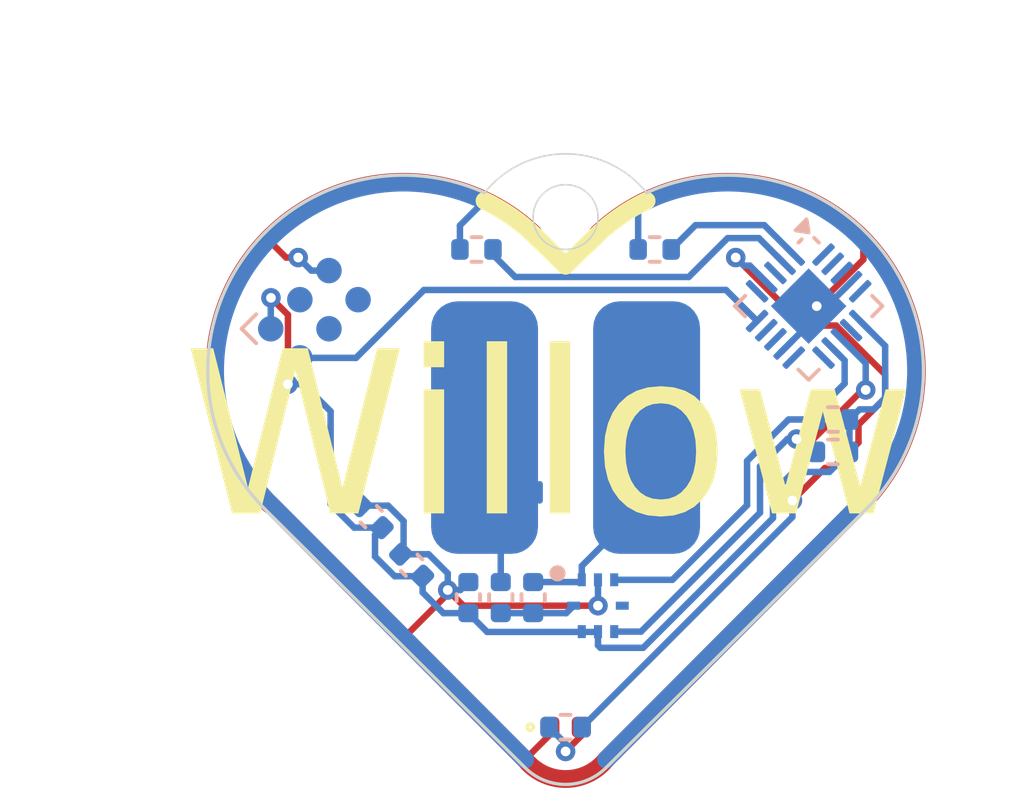
<source format=kicad_pcb>
(kicad_pcb (version 20240108) (generator "pcbnew") (generator_version "8.0")
  (layers (0 "F.Cu" signal) (31 "B.Cu" signal) (34 "B.Paste" user) (35 "F.Paste" user) (36 "B.SilkS" user "B.Silkscreen") (37 "F.SilkS" user "F.Silkscreen") (38 "B.Mask" user) (39 "F.Mask" user) (44 "Edge.Cuts" user))
  (net 0 "")
  (net 1 "Net-(IC1-LA)")
  (net 2 "GND")
  (net 3 "+3.3V")
  (net 4 "Net-(D1-A)")
  (net 6 "/SCL")
  (net 7 "/SDA")
  (net 10 "/SWDIO")
  (net 12 "/A0")
  (net 13 "Net-(R3-Pad1)")
  (net 14 "Net-(R4-Pad1)")
  (net 15 "/A1")
  (net 16 "/LED0")
  (net 17 "/LED1")
  (net 28 "Net-(IC1-LB)")
  (net 29 "Net-(C3-Pad1)")
  (footprint "LED_SMD:LED_0402_1005Metric" (layer "F.Cu") (at 72.5 47)
    (property "Reference" "D1" (hide yes))
    (property "Value" "LED")
    (fp_circle (center -1.089999 0) (end -1.04 0) (stroke (width 0.1)) (fill none) (layer "F.SilkS"))
    (pad "1" smd roundrect (at -0.485 0) (size 0.59 0.64) (layers "F.Cu" "F.Paste" "F.Mask") (net 2 "GND"))
    (pad "2" smd roundrect (at 0.485 0) (size 0.59 0.64) (layers "F.Cu" "F.Paste" "F.Mask") (net 4 "Net-(D1-A)"))
  )
  (footprint "Resistor_SMD:R_0402_1005Metric" (layer "B.Cu") (at 69.75 32.25)
    (property "Reference" "R4" (hide yes))
    (property "Value" "10k")
    (fp_line (start 0.153641 -0.38) (end -0.153641 -0.38) (stroke (width 0.12)) (layer "B.SilkS"))
    (fp_line (start 0.153641 0.38) (end -0.153641 0.38) (stroke (width 0.12)) (layer "B.SilkS"))
    (pad "1" smd roundrect (at -0.51 0) (size 0.54 0.64) (layers "B.Cu" "B.Paste" "B.Mask") (net 14 "Net-(R4-Pad1)"))
    (pad "2" smd roundrect (at 0.51 0) (size 0.54 0.64) (layers "B.Cu" "B.Paste" "B.Mask") (net 15 "/A1"))
  )
  (footprint "Resistor_SMD:R_0402_1005Metric" (layer "B.Cu") (at 80.75 38.5 180)
    (property "Reference" "R2" (hide yes))
    (property "Value" "10k")
    (fp_line (start 0.153641 0.38) (end -0.153641 0.38) (stroke (width 0.12)) (layer "B.SilkS"))
    (fp_line (start 0.153641 -0.38) (end -0.153641 -0.38) (stroke (width 0.12)) (layer "B.SilkS"))
    (pad "1" smd roundrect (at -0.51 0 180) (size 0.54 0.64) (layers "B.Cu" "B.Paste" "B.Mask") (net 3 "+3.3V"))
    (pad "2" smd roundrect (at 0.51 0 180) (size 0.54 0.64) (layers "B.Cu" "B.Paste" "B.Mask") (net 7 "/SDA"))
  )
  (footprint "Library:QFN50P160X160X50-8N" (layer "B.Cu") (at 73.5 43.25 -90)
    (property "Reference" "IC1" (hide yes))
    (property "Value" "NT3H2111W0FHKH" (hide yes))
    (fp_circle (center -1 1.25) (end -1 1.125) (stroke (width 0.25)) (fill none) (layer "B.SilkS"))
    (pad "1" smd rect (at -0.8 0.5 180) (size 0.25 0.4) (layers "B.Cu" "B.Paste" "B.Mask") (net 1 "Net-(IC1-LA)"))
    (pad "2" smd rect (at -0.8 0 180) (size 0.25 0.4) (layers "B.Cu" "B.Paste" "B.Mask") (net 2 "GND"))
    (pad "3" smd rect (at -0.8 -0.5 180) (size 0.25 0.4) (layers "B.Cu" "B.Paste" "B.Mask") (net 6 "/SCL"))
    (pad "4" smd rect (at 0 -0.75 270) (size 0.25 0.4) (layers "B.Cu" "B.Paste" "B.Mask"))
    (pad "5" smd rect (at 0.8 -0.5 180) (size 0.25 0.4) (layers "B.Cu" "B.Paste" "B.Mask") (net 7 "/SDA"))
    (pad "6" smd rect (at 0.8 0 180) (size 0.25 0.4) (layers "B.Cu" "B.Paste" "B.Mask") (net 3 "+3.3V"))
    (pad "7" smd rect (at 0.8 0.5 180) (size 0.25 0.4) (layers "B.Cu" "B.Paste" "B.Mask") (net 3 "+3.3V"))
    (pad "8" smd rect (at 0 0.75 270) (size 0.25 0.4) (layers "B.Cu" "B.Paste" "B.Mask") (net 28 "Net-(IC1-LB)"))
  )
  (footprint "Resistor_SMD:R_0402_1005Metric" (layer "B.Cu") (at 80.75 37.5 180)
    (property "Reference" "R1" (hide yes))
    (property "Value" "10k")
    (fp_line (start 0.153641 0.38) (end -0.153641 0.38) (stroke (width 0.12)) (layer "B.SilkS"))
    (fp_line (start 0.153641 -0.38) (end -0.153641 -0.38) (stroke (width 0.12)) (layer "B.SilkS"))
    (pad "1" smd roundrect (at -0.51 0 180) (size 0.54 0.64) (layers "B.Cu" "B.Paste" "B.Mask") (net 3 "+3.3V"))
    (pad "2" smd roundrect (at 0.51 0 180) (size 0.54 0.64) (layers "B.Cu" "B.Paste" "B.Mask") (net 6 "/SCL"))
  )
  (footprint "Connector:Tag-Connect_TC2030-IDC-NL_2x03_P1.27mm_Vertical" (layer "B.Cu") (at 64.75 34.25 45)
    (property "Reference" "J1" (hide yes))
    (property "Value" "Conn_ARM_SWD_TagConnect_TC2030-NL")
    (fp_line (start -1.905 -1.27) (end -1.27 -1.27) (stroke (width 0.12)) (layer "B.SilkS"))
    (fp_line (start -1.905 -0.635) (end -1.905 -1.27) (stroke (width 0.12)) (layer "B.SilkS"))
    (pad "" np_thru_hole circle (at -2.54 0 45) (size 0.9906 0.9906) (drill 0.9906) (layers "*.Cu" "*.Mask" "In1.Cu" "In2.Cu" "In3.Cu" "In4.Cu" "In5.Cu" "In6.Cu" "In7.Cu" "In8.Cu" "In9.Cu" "In10.Cu" "In11.Cu" "In12.Cu" "In13.Cu" "In14.Cu" "In15.Cu" "In16.Cu" "In17.Cu" "In18.Cu" "In19.Cu" "In20.Cu" "In21.Cu" "In22.Cu" "In23.Cu" "In24.Cu" "In25.Cu" "In26.Cu" "In27.Cu" "In28.Cu" "In29.Cu" "In30.Cu"))
    (pad "" np_thru_hole circle (at 2.54 -1.016 45) (size 0.9906 0.9906) (drill 0.9906) (layers "*.Cu" "*.Mask" "In1.Cu" "In2.Cu" "In3.Cu" "In4.Cu" "In5.Cu" "In6.Cu" "In7.Cu" "In8.Cu" "In9.Cu" "In10.Cu" "In11.Cu" "In12.Cu" "In13.Cu" "In14.Cu" "In15.Cu" "In16.Cu" "In17.Cu" "In18.Cu" "In19.Cu" "In20.Cu" "In21.Cu" "In22.Cu" "In23.Cu" "In24.Cu" "In25.Cu" "In26.Cu" "In27.Cu" "In28.Cu" "In29.Cu" "In30.Cu"))
    (pad "" np_thru_hole circle (at 2.54 1.016 45) (size 0.9906 0.9906) (drill 0.9906) (layers "*.Cu" "*.Mask" "In1.Cu" "In2.Cu" "In3.Cu" "In4.Cu" "In5.Cu" "In6.Cu" "In7.Cu" "In8.Cu" "In9.Cu" "In10.Cu" "In11.Cu" "In12.Cu" "In13.Cu" "In14.Cu" "In15.Cu" "In16.Cu" "In17.Cu" "In18.Cu" "In19.Cu" "In20.Cu" "In21.Cu" "In22.Cu" "In23.Cu" "In24.Cu" "In25.Cu" "In26.Cu" "In27.Cu" "In28.Cu" "In29.Cu" "In30.Cu"))
    (pad "1" connect circle (at -1.27 -0.635 45) (size 0.7874 0.7874) (layers "B.Cu" "B.Mask") (net 3 "+3.3V"))
    (pad "2" connect circle (at -1.27 0.635 45) (size 0.7874 0.7874) (layers "B.Cu" "B.Mask") (net 10 "/SWDIO"))
    (pad "3" connect circle (at 0 -0.635 45) (size 0.7874 0.7874) (layers "B.Cu" "B.Mask"))
    (pad "4" connect circle (at 0 0.635 45) (size 0.7874 0.7874) (layers "B.Cu" "B.Mask"))
    (pad "5" connect circle (at 1.27 -0.635 45) (size 0.7874 0.7874) (layers "B.Cu" "B.Mask") (net 2 "GND"))
    (pad "6" connect circle (at 1.27 0.635 45) (size 0.7874 0.7874) (layers "B.Cu" "B.Mask"))
  )
  (footprint "Resistor_SMD:R_0402_1005Metric" (layer "B.Cu") (at 75.25 32.25)
    (property "Reference" "R3" (hide yes))
    (property "Value" "10k")
    (fp_line (start 0.153641 -0.38) (end -0.153641 -0.38) (stroke (width 0.12)) (layer "B.SilkS"))
    (fp_line (start 0.153641 0.38) (end -0.153641 0.38) (stroke (width 0.12)) (layer "B.SilkS"))
    (pad "1" smd roundrect (at -0.51 0) (size 0.54 0.64) (layers "B.Cu" "B.Paste" "B.Mask") (net 13 "Net-(R3-Pad1)"))
    (pad "2" smd roundrect (at 0.51 0) (size 0.54 0.64) (layers "B.Cu" "B.Paste" "B.Mask") (net 12 "/A0"))
  )
  (footprint "Package_DFN_QFN:QFN-20-1EP_3x3mm_P0.4mm_EP1.65x1.65mm" (layer "B.Cu") (at 80 34 -135)
    (property "Reference" "U1" (hide yes))
    (property "Value" "CH32V003FxUx")
    (fp_line (start 1.61 1.61) (end 1.16 1.61) (stroke (width 0.12)) (layer "B.SilkS"))
    (fp_line (start 1.61 1.16) (end 1.61 1.61) (stroke (width 0.12)) (layer "B.SilkS"))
    (fp_line (start 1.61 -1.16) (end 1.61 -1.61) (stroke (width 0.12)) (layer "B.SilkS"))
    (fp_line (start -1.31 1.61) (end -1.16 1.61) (stroke (width 0.12)) (layer "B.SilkS"))
    (fp_line (start 1.61 -1.61) (end 1.16 -1.61) (stroke (width 0.12)) (layer "B.SilkS"))
    (fp_line (start -1.61 1.37) (end -1.61 1.16) (stroke (width 0.12)) (layer "B.SilkS"))
    (fp_line (start -1.61 -1.16) (end -1.61 -1.61) (stroke (width 0.12)) (layer "B.SilkS"))
    (fp_line (start -1.61 -1.61) (end -1.16 -1.61) (stroke (width 0.12)) (layer "B.SilkS"))
    (fp_poly (pts (xy -1.61 1.61) (xy -1.85 1.94) (xy -1.37 1.94) (xy -1.61 1.61)) (stroke (width 0.12)) (fill solid) (layer "B.SilkS"))
    (pad "1" smd roundrect (at -1.45 0.8 225) (size 0.85 0.2) (layers "B.Cu" "B.Paste" "B.Mask"))
    (pad "2" smd roundrect (at -1.45 0.4 225) (size 0.85 0.2) (layers "B.Cu" "B.Paste" "B.Mask"))
    (pad "3" smd roundrect (at -1.45 0 225) (size 0.85 0.2) (layers "B.Cu" "B.Paste" "B.Mask"))
    (pad "4" smd roundrect (at -1.45 -0.4 225) (size 0.85 0.2) (layers "B.Cu" "B.Paste" "B.Mask") (net 2 "GND"))
    (pad "5" smd roundrect (at -1.45 -0.8 225) (size 0.85 0.2) (layers "B.Cu" "B.Paste" "B.Mask"))
    (pad "6" smd roundrect (at -0.8 -1.45 225) (size 0.2 0.85) (layers "B.Cu" "B.Paste" "B.Mask") (net 3 "+3.3V"))
    (pad "7" smd roundrect (at -0.4 -1.45 225) (size 0.2 0.85) (layers "B.Cu" "B.Paste" "B.Mask"))
    (pad "8" smd roundrect (at 0 -1.45 225) (size 0.2 0.85) (layers "B.Cu" "B.Paste" "B.Mask") (net 7 "/SDA"))
    (pad "9" smd roundrect (at 0.4 -1.45 225) (size 0.2 0.85) (layers "B.Cu" "B.Paste" "B.Mask") (net 6 "/SCL"))
    (pad "10" smd roundrect (at 0.8 -1.45 225) (size 0.2 0.85) (layers "B.Cu" "B.Paste" "B.Mask"))
    (pad "11" smd roundrect (at 1.45 -0.8 225) (size 0.85 0.2) (layers "B.Cu" "B.Paste" "B.Mask"))
    (pad "12" smd roundrect (at 1.45 -0.4 225) (size 0.85 0.2) (layers "B.Cu" "B.Paste" "B.Mask") (net 2 "GND"))
    (pad "13" smd roundrect (at 1.45 0 225) (size 0.85 0.2) (layers "B.Cu" "B.Paste" "B.Mask"))
    (pad "14" smd roundrect (at 1.45 0.4 225) (size 0.85 0.2) (layers "B.Cu" "B.Paste" "B.Mask"))
    (pad "15" smd roundrect (at 1.45 0.8 225) (size 0.85 0.2) (layers "B.Cu" "B.Paste" "B.Mask") (net 10 "/SWDIO"))
    (pad "16" smd roundrect (at 0.8 1.45 225) (size 0.2 0.85) (layers "B.Cu" "B.Paste" "B.Mask"))
    (pad "17" smd roundrect (at 0.4 1.45 225) (size 0.2 0.85) (layers "B.Cu" "B.Paste" "B.Mask") (net 16 "/LED0"))
    (pad "18" smd roundrect (at 0 1.45 225) (size 0.2 0.85) (layers "B.Cu" "B.Paste" "B.Mask") (net 17 "/LED1"))
    (pad "19" smd roundrect (at -0.4 1.45 225) (size 0.2 0.85) (layers "B.Cu" "B.Paste" "B.Mask") (net 15 "/A1"))
    (pad "20" smd roundrect (at -0.8 1.45 225) (size 0.2 0.85) (layers "B.Cu" "B.Paste" "B.Mask") (net 12 "/A0"))
    (pad "21" smd rect (at 0 0 225) (size 1.65 1.65) (property pad_prop_heatsink) (layers "B.Cu" "B.Mask") (net 2 "GND"))
  )
  (footprint "Capacitor_SMD:C_0402_1005Metric" (layer "B.Cu") (at 66.5 40.5 135)
    (property "Reference" "C2" (hide yes))
    (property "Value" "C")
    (fp_line (start 0.107836 -0.36) (end -0.107836 -0.36) (stroke (width 0.12)) (layer "B.SilkS"))
    (fp_line (start 0.107836 0.36) (end -0.107836 0.36) (stroke (width 0.12)) (layer "B.SilkS"))
    (pad "1" smd roundrect (at -0.48 0 135) (size 0.56 0.62) (layers "B.Cu" "B.Paste" "B.Mask") (net 3 "+3.3V"))
    (pad "2" smd roundrect (at 0.48 0 135) (size 0.56 0.62) (layers "B.Cu" "B.Paste" "B.Mask") (net 2 "GND"))
  )
  (footprint "Capacitor_SMD:C_0402_1005Metric" (layer "B.Cu") (at 67.75 42 135)
    (property "Reference" "C6" (hide yes))
    (property "Value" "C")
    (fp_line (start 0.107836 -0.36) (end -0.107836 -0.36) (stroke (width 0.12)) (layer "B.SilkS"))
    (fp_line (start 0.107836 0.36) (end -0.107836 0.36) (stroke (width 0.12)) (layer "B.SilkS"))
    (pad "1" smd roundrect (at -0.48 0 135) (size 0.56 0.62) (layers "B.Cu" "B.Paste" "B.Mask") (net 3 "+3.3V"))
    (pad "2" smd roundrect (at 0.48 0 135) (size 0.56 0.62) (layers "B.Cu" "B.Paste" "B.Mask") (net 2 "GND"))
  )
  (footprint "Resistor_SMD:R_0402_1005Metric" (layer "B.Cu") (at 72.5 47 180)
    (property "Reference" "R5" (hide yes))
    (property "Value" "1k")
    (fp_line (start 0.153641 0.38) (end -0.153641 0.38) (stroke (width 0.12)) (layer "B.SilkS"))
    (fp_line (start 0.153641 -0.38) (end -0.153641 -0.38) (stroke (width 0.12)) (layer "B.SilkS"))
    (pad "1" smd roundrect (at -0.51 0 180) (size 0.54 0.64) (layers "B.Cu" "B.Paste" "B.Mask") (net 16 "/LED0"))
    (pad "2" smd roundrect (at 0.51 0 180) (size 0.54 0.64) (layers "B.Cu" "B.Paste" "B.Mask") (net 4 "Net-(D1-A)"))
  )
  (footprint "Capacitor_SMD:C_0402_1005Metric" (layer "B.Cu") (at 70.5 43 -90)
    (property "Reference" "C3" (hide yes))
    (property "Value" "C")
    (fp_line (start 0.107836 0.36) (end -0.107836 0.36) (stroke (width 0.12)) (layer "B.SilkS"))
    (fp_line (start 0.107836 -0.36) (end -0.107836 -0.36) (stroke (width 0.12)) (layer "B.SilkS"))
    (pad "1" smd roundrect (at -0.48 0 270) (size 0.56 0.62) (layers "B.Cu" "B.Paste" "B.Mask") (net 29 "Net-(C3-Pad1)"))
    (pad "2" smd roundrect (at 0.48 0 270) (size 0.56 0.62) (layers "B.Cu" "B.Paste" "B.Mask") (net 28 "Net-(IC1-LB)"))
  )
  (footprint "Capacitor_SMD:C_0402_1005Metric" (layer "B.Cu") (at 71.5 43 90)
    (property "Reference" "C1" (hide yes))
    (property "Value" "C")
    (fp_line (start 0.107836 -0.36) (end -0.107836 -0.36) (stroke (width 0.12)) (layer "B.SilkS"))
    (fp_line (start 0.107836 0.36) (end -0.107836 0.36) (stroke (width 0.12)) (layer "B.SilkS"))
    (pad "1" smd roundrect (at -0.48 0 90) (size 0.56 0.62) (layers "B.Cu" "B.Paste" "B.Mask") (net 28 "Net-(IC1-LB)"))
    (pad "2" smd roundrect (at 0.48 0 90) (size 0.56 0.62) (layers "B.Cu" "B.Paste" "B.Mask") (net 1 "Net-(IC1-LA)"))
  )
  (footprint "Capacitor_SMD:C_0402_1005Metric" (layer "B.Cu") (at 69.5 43 90)
    (property "Reference" "C7" (hide yes))
    (property "Value" "C")
    (fp_line (start 0.107836 -0.36) (end -0.107836 -0.36) (stroke (width 0.12)) (layer "B.SilkS"))
    (fp_line (start 0.107836 0.36) (end -0.107836 0.36) (stroke (width 0.12)) (layer "B.SilkS"))
    (pad "1" smd roundrect (at -0.48 0 90) (size 0.56 0.62) (layers "B.Cu" "B.Paste" "B.Mask") (net 3 "+3.3V"))
    (pad "2" smd roundrect (at 0.48 0 90) (size 0.56 0.62) (layers "B.Cu" "B.Paste" "B.Mask") (net 2 "GND"))
  )
  (footprint "Library:ANT" (layer "B.Cu") (at 72.5 37.75 180)
    (property "Reference" "TP3" (hide yes))
    (property "Value" "TestPoint_2Pole")
    (pad "1" smd roundrect (at 2.5 0 180) (size 3.3 7.8) (layers "B.Cu" "B.Paste" "B.Mask") (net 29 "Net-(C3-Pad1)"))
    (pad "2" smd roundrect (at -2.5 0 180) (size 3.3 7.8) (layers "B.Cu" "B.Paste" "B.Mask") (net 1 "Net-(IC1-LA)"))
  )
  (gr_arc (start 63.373107 40.126893) (mid 63.311073 31.936088) (end 71.499999 31.750001) (stroke (width 0.55)) (layer "F.Cu") (net 2))
  (gr_arc (start 73.75 48) (mid 72.5 48.600781) (end 71.25 48) (stroke (width 0.55)) (layer "F.Cu") (net 2))
  (gr_line (start 63.388279 40.111721) (end 71.25 48) (stroke (width 0.55)) (layer "F.Cu") (net 2))
  (gr_line (start 81.861721 39.861721) (end 73.75 48) (stroke (width 0.55)) (layer "F.Cu") (net 2))
  (gr_arc (start 73.500001 31.750001) (mid 81.688926 31.936088) (end 81.626893 40.126893) (stroke (width 0.55)) (layer "F.Cu") (net 2))
  (gr_arc (start 63.388279 40.111721) (mid 62.750278 32.645507) (end 70 30.750001) (stroke (width 0.55)) (layer "B.Cu") (net 14))
  (gr_line (start 63.388279 40.111721) (end 71.25 48) (stroke (width 0.55)) (layer "B.Cu") (net 14))
  (gr_line (start 81.611721 40.111721) (end 73.75 48) (stroke (width 0.55)) (layer "B.Cu") (net 13))
  (gr_arc (start 75 30.750001) (mid 82.249723 32.645506) (end 81.611721 40.111721) (stroke (width 0.55)) (layer "B.Cu") (net 13))
  (gr_line (start 71.611721 31.888279) (end 72.5 32.75) (stroke (width 0.55)) (layer "F.SilkS"))
  (gr_arc (start 73.388279 31.888279) (mid 74.145505 31.250277) (end 75 30.750001) (stroke (width 0.55)) (layer "F.SilkS"))
  (gr_arc (start 70 30.750001) (mid 70.854494 31.250278) (end 71.611721 31.888279) (stroke (width 0.55)) (layer "F.SilkS"))
  (gr_line (start 73.388279 31.888279) (end 72.5 32.75) (stroke (width 0.55)) (layer "F.SilkS"))
  (gr_line (start 81.772001 40.272001) (end 73.749999 48.249999) (stroke (width 0.1)) (layer "Edge.Cuts"))
  (gr_circle (center 72.5 31.25) (end 72.5 32.25) (stroke (width 0.05)) (fill none) (layer "Edge.Cuts"))
  (gr_arc (start 63.227999 40.272001) (mid 62.534319 32.55878) (end 70 30.500001) (stroke (width 0.1)) (layer "Edge.Cuts"))
  (gr_line (start 63.227999 40.272001) (end 71.250001 48.249999) (stroke (width 0.1)) (layer "Edge.Cuts"))
  (gr_arc (start 70 30.5) (mid 72.5 29.298438) (end 75 30.5) (stroke (width 0.05)) (layer "Edge.Cuts"))
  (gr_arc (start 73.749999 48.249999) (mid 72.5 48.767766) (end 71.250001 48.249999) (stroke (width 0.1)) (layer "Edge.Cuts"))
  (gr_arc (start 75 30.500001) (mid 82.465682 32.55878) (end 81.772001 40.272001) (stroke (width 0.1)) (layer "Edge.Cuts"))
  (gr_text "Willow" (at 72 41.25 0) (layer "F.SilkS") (effects (font (size 5 5)) (justify bottom)))
  (segment (start 71.5 42.52) (end 72.93 42.52) (width 0.2) (layer "B.Cu") (net 1))
  (segment (start 73 42.45) (end 73 42.025) (width 0.2) (layer "B.Cu") (net 1))
  (segment (start 72.93 42.52) (end 73 42.45) (width 0.2) (layer "B.Cu") (net 1))
  (segment (start 75 40.025) (end 75 37.75) (width 0.2) (layer "B.Cu") (net 1))
  (segment (start 73 42.025) (end 75 40.025) (width 0.2) (layer "B.Cu") (net 1))
  (segment (start 63.874985 32.5) (end 63.311073 31.936088) (width 0.2) (layer "F.Cu") (net 2))
  (segment (start 80.25 34) (end 81.688926 32.561074) (width 0.2) (layer "F.Cu") (net 2))
  (segment (start 68.864265 42.765735) (end 69.34853 43.25) (width 0.2) (layer "F.Cu") (net 2))
  (segment (start 64.25 32.5) (end 63.874985 32.5) (width 0.2) (layer "F.Cu") (net 2))
  (segment (start 68.864265 42.885735) (end 68.864265 42.765735) (width 0.2) (layer "F.Cu") (net 2))
  (segment (start 69.34853 43.25) (end 73.5 43.25) (width 0.2) (layer "F.Cu") (net 2))
  (segment (start 81.688926 32.561074) (end 81.688926 31.936088) (width 0.2) (layer "F.Cu") (net 2))
  (segment (start 67.5 44.25) (end 68.864265 42.885735) (width 0.2) (layer "F.Cu") (net 2))
  (segment (start 71.25 48) (end 67.5 44.25) (width 0.2) (layer "F.Cu") (net 2))
  (segment (start 72.015 47.235) (end 71.25 48) (width 0.2) (layer "F.Cu") (net 2))
  (segment (start 72.015 47) (end 72.015 47.235) (width 0.2) (layer "F.Cu") (net 2))
  (via (at 64.25 32.5) (size 0.6) (drill 0.3) (layers "F.Cu" "B.Cu") (net 2))
  (via (at 68.864265 42.765735) (size 0.6) (drill 0.3) (layers "F.Cu" "B.Cu") (net 2))
  (via (at 73.5 43.25) (size 0.6) (drill 0.3) (layers "F.Cu" "B.Cu") (net 2))
  (via (at 80.25 34) (size 0.6) (drill 0.3) (layers "F.Cu" "B.Cu") (net 2))
  (segment (start 79.138881 35.426805) (end 80.25 34.315686) (width 0.2) (layer "B.Cu") (net 2))
  (segment (start 67.501358 40.638688) (end 67.023259 40.160589) (width 0.2) (layer "B.Cu") (net 2))
  (segment (start 67.410589 41.589411) (end 67.501358 41.498642) (width 0.2) (layer "B.Cu") (net 2))
  (segment (start 68.864265 42.251595) (end 68.273259 41.660589) (width 0.2) (layer "B.Cu") (net 2))
  (segment (start 67.501358 41.498642) (end 67.501358 40.638688) (width 0.2) (layer "B.Cu") (net 2))
  (segment (start 65.199013 32.902962) (end 64.652962 32.902962) (width 0.2) (layer "B.Cu") (net 2))
  (segment (start 67.023259 40.160589) (end 66.160589 40.160589) (width 0.2) (layer "B.Cu") (net 2))
  (segment (start 67.410589 41.660589) (end 67.410589 41.589411) (width 0.2) (layer "B.Cu") (net 2))
  (segment (start 68.864265 42.765735) (end 69.254265 42.765735) (width 0.2) (layer "B.Cu") (net 2))
  (segment (start 68.864265 42.765735) (end 68.864265 42.251595) (width 0.2) (layer "B.Cu") (net 2))
  (segment (start 80.25 34.315686) (end 80.25 34) (width 0.2) (layer "B.Cu") (net 2))
  (segment (start 64.652962 32.902962) (end 64.25 32.5) (width 0.2) (layer "B.Cu") (net 2))
  (segment (start 73.5 42.45) (end 73.5 43.25) (width 0.2) (layer "B.Cu") (net 2))
  (segment (start 69.254265 42.765735) (end 69.5 42.52) (width 0.2) (layer "B.Cu") (net 2))
  (segment (start 80.565686 34) (end 80.25 34) (width 0.2) (layer "B.Cu") (net 2))
  (segment (start 81.308148 33.257538) (end 80.565686 34) (width 0.2) (layer "B.Cu") (net 2))
  (segment (start 68.273259 41.660589) (end 67.410589 41.660589) (width 0.2) (layer "B.Cu") (net 2))
  (segment (start 63.40909 33.744213) (end 63.933257 34.26838) (width 0.2) (layer "F.Cu") (net 3))
  (segment (start 63.933257 34.26838) (end 63.933257 36.411578) (width 0.2) (layer "F.Cu") (net 3))
  (via (at 63.40909 33.744213) (size 0.6) (drill 0.3) (layers "F.Cu" "B.Cu") (net 3))
  (via (at 63.933257 36.411578) (size 0.6) (drill 0.3) (layers "F.Cu" "B.Cu") (net 3))
  (segment (start 67.226741 42.339411) (end 68.089411 42.339411) (width 0.2) (layer "B.Cu") (net 3))
  (segment (start 81.26 38.5) (end 81.26 37.5) (width 0.2) (layer "B.Cu") (net 3))
  (segment (start 73.575 44.55) (end 73.5 44.475) (width 0.2) (layer "B.Cu") (net 3))
  (segment (start 65.976741 40.839411) (end 65.25 40.11267) (width 0.2) (layer "B.Cu") (net 3))
  (segment (start 66.839411 40.839411) (end 65.976741 40.839411) (width 0.2) (layer "B.Cu") (net 3))
  (segment (start 65.25 40.11267) (end 65.25 37.25) (width 0.2) (layer "B.Cu") (net 3))
  (segment (start 81.26 38.5) (end 80.64 39.12) (width 0.2) (layer "B.Cu") (net 3))
  (segment (start 82.361119 35.229748) (end 81.59099 34.459619) (width 0.2) (layer "B.Cu") (net 3))
  (segment (start 79.531471 39.12) (end 78.9 39.751471) (width 0.2) (layer "B.Cu") (net 3))
  (segment (start 68.73 43.48) (end 69.5 43.48) (width 0.2) (layer "B.Cu") (net 3))
  (segment (start 64.411578 36.411578) (end 65.25 37.25) (width 0.2) (layer "B.Cu") (net 3))
  (segment (start 82.361119 36.835938) (end 82.361119 35.229748) (width 0.2) (layer "B.Cu") (net 3))
  (segment (start 63.402962 34.699013) (end 63.402962 33.750341) (width 0.2) (layer "B.Cu") (net 3))
  (segment (start 73.5 44.475) (end 73.5 44.05) (width 0.2) (layer "B.Cu") (net 3))
  (segment (start 68.089411 42.339411) (end 68.089411 42.839411) (width 0.2) (layer "B.Cu") (net 3))
  (segment (start 73.51 44.06) (end 70.08 44.06) (width 0.2) (layer "B.Cu") (net 3))
  (segment (start 80.64 39.12) (end 79.531471 39.12) (width 0.2) (layer "B.Cu") (net 3))
  (segment (start 81.572591 37.187409) (end 82.009648 37.187409) (width 0.2) (layer "B.Cu") (net 3))
  (segment (start 70.08 44.06) (end 69.5 43.48) (width 0.2) (layer "B.Cu") (net 3))
  (segment (start 63.402962 33.750341) (end 63.40909 33.744213) (width 0.2) (layer "B.Cu") (net 3))
  (segment (start 66.620208 41.732878) (end 67.226741 42.339411) (width 0.2) (layer "B.Cu") (net 3))
  (segment (start 74.894314 44.55) (end 73.575 44.55) (width 0.2) (layer "B.Cu") (net 3))
  (segment (start 78.9 40.544314) (end 74.894314 44.55) (width 0.2) (layer "B.Cu") (net 3))
  (segment (start 63.933257 36.411578) (end 64.411578 36.411578) (width 0.2) (layer "B.Cu") (net 3))
  (segment (start 68.089411 42.839411) (end 68.73 43.48) (width 0.2) (layer "B.Cu") (net 3))
  (segment (start 81.26 37.5) (end 81.572591 37.187409) (width 0.2) (layer "B.Cu") (net 3))
  (segment (start 82.009648 37.187409) (end 82.361119 36.835938) (width 0.2) (layer "B.Cu") (net 3))
  (segment (start 78.9 39.751471) (end 78.9 40.544314) (width 0.2) (layer "B.Cu") (net 3))
  (segment (start 66.839411 40.839411) (end 66.620208 41.058614) (width 0.2) (layer "B.Cu") (net 3))
  (segment (start 66.620208 41.058614) (end 66.620208 41.732878) (width 0.2) (layer "B.Cu") (net 3))
  (segment (start 72.985 47) (end 72.985 47.265) (width 0.2) (layer "F.Cu") (net 4))
  (segment (start 72.985 47.265) (end 72.5 47.75) (width 0.2) (layer "F.Cu") (net 4))
  (via (at 72.5 47.75) (size 0.6) (drill 0.3) (layers "F.Cu" "B.Cu") (net 4))
  (segment (start 72.5 47.51) (end 71.99 47) (width 0.2) (layer "B.Cu") (net 4))
  (segment (start 72.5 47.75) (end 72.5 47.51) (width 0.2) (layer "B.Cu") (net 4))
  (segment (start 80.24 37.26) (end 81.111119 36.388881) (width 0.2) (layer "B.Cu") (net 6))
  (segment (start 78.1 40.14787) (end 78.1 38.781372) (width 0.2) (layer "B.Cu") (net 6))
  (segment (start 74 42.45) (end 75.79787 42.45) (width 0.2) (layer "B.Cu") (net 6))
  (segment (start 79.381372 37.5) (end 80.24 37.5) (width 0.2) (layer "B.Cu") (net 6))
  (segment (start 81.111119 35.676805) (end 80.742462 35.308148) (width 0.2) (layer "B.Cu") (net 6))
  (segment (start 81.111119 36.388881) (end 81.111119 35.676805) (width 0.2) (layer "B.Cu") (net 6))
  (segment (start 75.79787 42.45) (end 78.1 40.14787) (width 0.2) (layer "B.Cu") (net 6))
  (segment (start 80.24 37.5) (end 80.24 37.26) (width 0.2) (layer "B.Cu") (net 6))
  (segment (start 78.1 38.781372) (end 79.381372 37.5) (width 0.2) (layer "B.Cu") (net 6))
  (segment (start 80.145445 38.104555) (end 81.662591 36.587409) (width 0.2) (layer "F.Cu") (net 7))
  (segment (start 81.662591 36.587409) (end 81.761119 36.587409) (width 0.2) (layer "F.Cu") (net 7))
  (segment (start 79.625347 38.104555) (end 80.145445 38.104555) (width 0.2) (layer "F.Cu") (net 7))
  (via (at 81.761119 36.587409) (size 0.6) (drill 0.3) (layers "F.Cu" "B.Cu") (net 7))
  (via (at 79.625347 38.104555) (size 0.6) (drill 0.3) (layers "F.Cu" "B.Cu") (net 7))
  (segment (start 81.761119 36.587409) (end 81.761119 35.761119) (width 0.2) (layer "B.Cu") (net 7))
  (segment (start 74.828628 44.05) (end 74 44.05) (width 0.2) (layer "B.Cu") (net 7))
  (segment (start 79.342503 38.104555) (end 78.5 38.947058) (width 0.2) (layer "B.Cu") (net 7))
  (segment (start 79.625347 38.104555) (end 79.844555 38.104555) (width 0.2) (layer "B.Cu") (net 7))
  (segment (start 78.5 40.378628) (end 74.828628 44.05) (width 0.2) (layer "B.Cu") (net 7))
  (segment (start 78.5 38.947058) (end 78.5 40.378628) (width 0.2) (layer "B.Cu") (net 7))
  (segment (start 79.625347 38.104555) (end 79.342503 38.104555) (width 0.2) (layer "B.Cu") (net 7))
  (segment (start 79.844555 38.104555) (end 80.24 38.5) (width 0.2) (layer "B.Cu") (net 7))
  (segment (start 81.761119 35.761119) (end 81.025305 35.025305) (width 0.2) (layer "B.Cu") (net 7))
  (segment (start 77.449391 33.5) (end 68.132276 33.5) (width 0.2) (layer "B.Cu") (net 10))
  (segment (start 66.035238 35.597038) (end 64.300987 35.597038) (width 0.2) (layer "B.Cu") (net 10))
  (segment (start 68.132276 33.5) (end 66.035238 35.597038) (width 0.2) (layer "B.Cu") (net 10))
  (segment (start 78.40901 34.459619) (end 77.449391 33.5) (width 0.2) (layer "B.Cu") (net 10))
  (segment (start 78.631371 31.5) (end 76.51 31.5) (width 0.2) (layer "B.Cu") (net 12))
  (segment (start 76.51 31.5) (end 75.76 32.25) (width 0.2) (layer "B.Cu") (net 12))
  (segment (start 79.540381 32.40901) (end 78.631371 31.5) (width 0.2) (layer "B.Cu") (net 12))
  (segment (start 81.723442 40) (end 81.861721 39.861721) (width 0.2) (layer "B.Cu") (net 13))
  (segment (start 74.74 32.25) (end 74.74 31.010001) (width 0.2) (layer "B.Cu") (net 13))
  (segment (start 74.74 31.010001) (end 75 30.750001) (width 0.2) (layer "B.Cu") (net 13))
  (segment (start 69.24 31.510001) (end 70 30.750001) (width 0.2) (layer "B.Cu") (net 14))
  (segment (start 69.24 32.25) (end 69.24 31.510001) (width 0.2) (layer "B.Cu") (net 14))
  (segment (start 63.5 40) (end 63.388279 40.111721) (width 0.2) (layer "B.Cu") (net 14))
  (segment (start 76.301471 33.1) (end 77.501471 31.9) (width 0.2) (layer "B.Cu") (net 15))
  (segment (start 77.501471 31.9) (end 78.465686 31.9) (width 0.2) (layer "B.Cu") (net 15))
  (segment (start 70.26 32.25) (end 70.26 32.415) (width 0.2) (layer "B.Cu") (net 15))
  (segment (start 70.945 33.1) (end 76.301471 33.1) (width 0.2) (layer "B.Cu") (net 15))
  (segment (start 78.465686 31.9) (end 79.257538 32.691852) (width 0.2) (layer "B.Cu") (net 15))
  (segment (start 70.26 32.415) (end 70.945 33.1) (width 0.2) (layer "B.Cu") (net 15))
  (segment (start 80.001471 34.6) (end 79.65 34.248529) (width 0.2) (layer "F.Cu") (net 16))
  (segment (start 79.498529 34.248529) (end 77.75 32.5) (width 0.2) (layer "F.Cu") (net 16))
  (segment (start 79.65 34.248529) (end 79.498529 34.248529) (width 0.2) (layer "F.Cu") (net 16))
  (segment (start 81.539214 38.210786) (end 81.539214 37.657843) (width 0.2) (layer "F.Cu") (net 16))
  (segment (start 80.75 39) (end 81.539214 38.210786) (width 0.2) (layer "F.Cu") (net 16))
  (segment (start 82.361119 36.835938) (end 82.361119 36.111119) (width 0.2) (layer "F.Cu") (net 16))
  (segment (start 80.5 39) (end 80.75 39) (width 0.2) (layer "F.Cu") (net 16))
  (segment (start 80.85 34.6) (end 80.001471 34.6) (width 0.2) (layer "F.Cu") (net 16))
  (segment (start 82.361119 36.111119) (end 80.85 34.6) (width 0.2) (layer "F.Cu") (net 16))
  (segment (start 81.539214 37.657843) (end 82.361119 36.835938) (width 0.2) (layer "F.Cu") (net 16))
  (segment (start 79.5 40) (end 80.5 39) (width 0.2) (layer "F.Cu") (net 16))
  (via (at 77.75 32.5) (size 0.6) (drill 0.3) (layers "F.Cu" "B.Cu") (net 16))
  (via (at 79.5 40) (size 0.6) (drill 0.3) (layers "F.Cu" "B.Cu") (net 16))
  (segment (start 78.691852 33.257538) (end 78.184314 32.75) (width 0.2) (layer "B.Cu") (net 16))
  (segment (start 78 32.75) (end 77.75 32.5) (width 0.2) (layer "B.Cu") (net 16))
  (segment (start 79.5 40) (end 79.5 40.51) (width 0.2) (layer "B.Cu") (net 16))
  (segment (start 78.184314 32.75) (end 78 32.75) (width 0.2) (layer "B.Cu") (net 16))
  (segment (start 79.5 40.51) (end 73.01 47) (width 0.2) (layer "B.Cu") (net 16))
  (segment (start 72.52 43.48) (end 72.75 43.25) (width 0.2) (layer "B.Cu") (net 28))
  (segment (start 71.5 43.48) (end 72.52 43.48) (width 0.2) (layer "B.Cu") (net 28))
  (segment (start 70.5 43.48) (end 71.5 43.48) (width 0.2) (layer "B.Cu") (net 28))
  (segment (start 70.5 38.25) (end 70 37.75) (width 0.2) (layer "B.Cu") (net 29))
  (segment (start 70.5 42.52) (end 70.5 38.25) (width 0.2) (layer "B.Cu") (net 29))
  (segment (start 71.7 39.5) (end 71.7 40) (width 0.2) (layer "B.Cu") (net 29))
)
</source>
